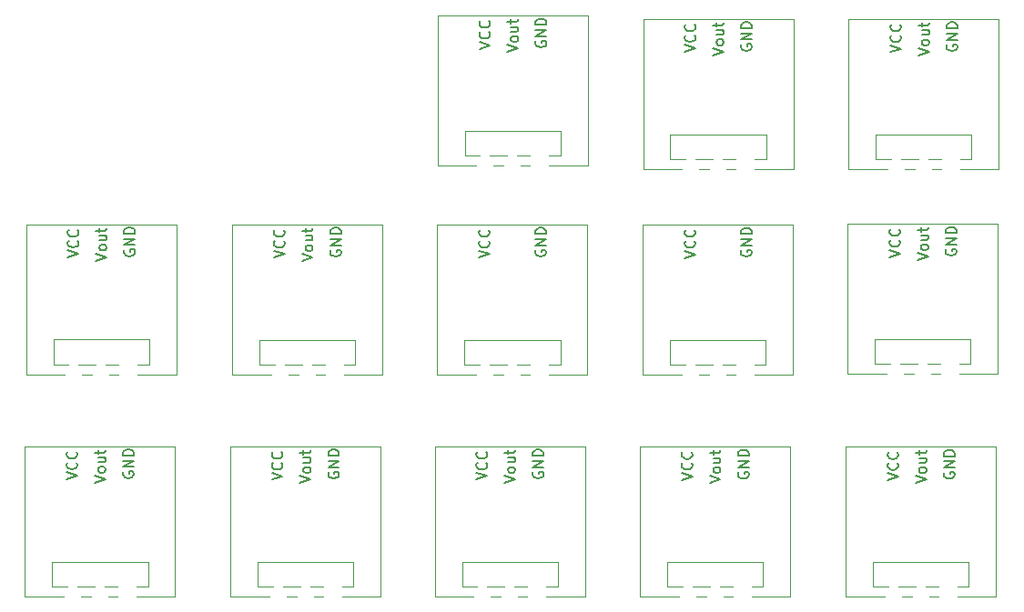
<source format=gbr>
%TF.GenerationSoftware,KiCad,Pcbnew,(7.0.0-0)*%
%TF.CreationDate,2023-03-27T22:21:21-05:00*%
%TF.ProjectId,he-sensor-breakout,68652d73-656e-4736-9f72-2d627265616b,rev?*%
%TF.SameCoordinates,Original*%
%TF.FileFunction,Legend,Top*%
%TF.FilePolarity,Positive*%
%FSLAX46Y46*%
G04 Gerber Fmt 4.6, Leading zero omitted, Abs format (unit mm)*
G04 Created by KiCad (PCBNEW (7.0.0-0)) date 2023-03-27 22:21:21*
%MOMM*%
%LPD*%
G01*
G04 APERTURE LIST*
%ADD10C,0.150000*%
%ADD11C,0.120000*%
%ADD12C,0.100000*%
%ADD13C,1.700000*%
%ADD14R,1.700000X1.700000*%
%ADD15O,1.700000X1.700000*%
G04 APERTURE END LIST*
D10*
X159436943Y-92226734D02*
X159389323Y-92321972D01*
X159389323Y-92321972D02*
X159389323Y-92464829D01*
X159389323Y-92464829D02*
X159436943Y-92607686D01*
X159436943Y-92607686D02*
X159532181Y-92702924D01*
X159532181Y-92702924D02*
X159627419Y-92750543D01*
X159627419Y-92750543D02*
X159817895Y-92798162D01*
X159817895Y-92798162D02*
X159960752Y-92798162D01*
X159960752Y-92798162D02*
X160151228Y-92750543D01*
X160151228Y-92750543D02*
X160246466Y-92702924D01*
X160246466Y-92702924D02*
X160341704Y-92607686D01*
X160341704Y-92607686D02*
X160389323Y-92464829D01*
X160389323Y-92464829D02*
X160389323Y-92369591D01*
X160389323Y-92369591D02*
X160341704Y-92226734D01*
X160341704Y-92226734D02*
X160294085Y-92179115D01*
X160294085Y-92179115D02*
X159960752Y-92179115D01*
X159960752Y-92179115D02*
X159960752Y-92369591D01*
X160389323Y-91750543D02*
X159389323Y-91750543D01*
X159389323Y-91750543D02*
X160389323Y-91179115D01*
X160389323Y-91179115D02*
X159389323Y-91179115D01*
X160389323Y-90702924D02*
X159389323Y-90702924D01*
X159389323Y-90702924D02*
X159389323Y-90464829D01*
X159389323Y-90464829D02*
X159436943Y-90321972D01*
X159436943Y-90321972D02*
X159532181Y-90226734D01*
X159532181Y-90226734D02*
X159627419Y-90179115D01*
X159627419Y-90179115D02*
X159817895Y-90131496D01*
X159817895Y-90131496D02*
X159960752Y-90131496D01*
X159960752Y-90131496D02*
X160151228Y-90179115D01*
X160151228Y-90179115D02*
X160246466Y-90226734D01*
X160246466Y-90226734D02*
X160341704Y-90321972D01*
X160341704Y-90321972D02*
X160389323Y-90464829D01*
X160389323Y-90464829D02*
X160389323Y-90702924D01*
X135296464Y-53091687D02*
X136296464Y-52758354D01*
X136296464Y-52758354D02*
X135296464Y-52425021D01*
X136201226Y-51520259D02*
X136248845Y-51567878D01*
X136248845Y-51567878D02*
X136296464Y-51710735D01*
X136296464Y-51710735D02*
X136296464Y-51805973D01*
X136296464Y-51805973D02*
X136248845Y-51948830D01*
X136248845Y-51948830D02*
X136153607Y-52044068D01*
X136153607Y-52044068D02*
X136058369Y-52091687D01*
X136058369Y-52091687D02*
X135867893Y-52139306D01*
X135867893Y-52139306D02*
X135725036Y-52139306D01*
X135725036Y-52139306D02*
X135534560Y-52091687D01*
X135534560Y-52091687D02*
X135439322Y-52044068D01*
X135439322Y-52044068D02*
X135344084Y-51948830D01*
X135344084Y-51948830D02*
X135296464Y-51805973D01*
X135296464Y-51805973D02*
X135296464Y-51710735D01*
X135296464Y-51710735D02*
X135344084Y-51567878D01*
X135344084Y-51567878D02*
X135391703Y-51520259D01*
X136201226Y-50520259D02*
X136248845Y-50567878D01*
X136248845Y-50567878D02*
X136296464Y-50710735D01*
X136296464Y-50710735D02*
X136296464Y-50805973D01*
X136296464Y-50805973D02*
X136248845Y-50948830D01*
X136248845Y-50948830D02*
X136153607Y-51044068D01*
X136153607Y-51044068D02*
X136058369Y-51091687D01*
X136058369Y-51091687D02*
X135867893Y-51139306D01*
X135867893Y-51139306D02*
X135725036Y-51139306D01*
X135725036Y-51139306D02*
X135534560Y-51091687D01*
X135534560Y-51091687D02*
X135439322Y-51044068D01*
X135439322Y-51044068D02*
X135344084Y-50948830D01*
X135344084Y-50948830D02*
X135296464Y-50805973D01*
X135296464Y-50805973D02*
X135296464Y-50710735D01*
X135296464Y-50710735D02*
X135344084Y-50567878D01*
X135344084Y-50567878D02*
X135391703Y-50520259D01*
X154150322Y-92926770D02*
X155150322Y-92593437D01*
X155150322Y-92593437D02*
X154150322Y-92260104D01*
X155055084Y-91355342D02*
X155102703Y-91402961D01*
X155102703Y-91402961D02*
X155150322Y-91545818D01*
X155150322Y-91545818D02*
X155150322Y-91641056D01*
X155150322Y-91641056D02*
X155102703Y-91783913D01*
X155102703Y-91783913D02*
X155007465Y-91879151D01*
X155007465Y-91879151D02*
X154912227Y-91926770D01*
X154912227Y-91926770D02*
X154721751Y-91974389D01*
X154721751Y-91974389D02*
X154578894Y-91974389D01*
X154578894Y-91974389D02*
X154388418Y-91926770D01*
X154388418Y-91926770D02*
X154293180Y-91879151D01*
X154293180Y-91879151D02*
X154197942Y-91783913D01*
X154197942Y-91783913D02*
X154150322Y-91641056D01*
X154150322Y-91641056D02*
X154150322Y-91545818D01*
X154150322Y-91545818D02*
X154197942Y-91402961D01*
X154197942Y-91402961D02*
X154245561Y-91355342D01*
X155055084Y-90355342D02*
X155102703Y-90402961D01*
X155102703Y-90402961D02*
X155150322Y-90545818D01*
X155150322Y-90545818D02*
X155150322Y-90641056D01*
X155150322Y-90641056D02*
X155102703Y-90783913D01*
X155102703Y-90783913D02*
X155007465Y-90879151D01*
X155007465Y-90879151D02*
X154912227Y-90926770D01*
X154912227Y-90926770D02*
X154721751Y-90974389D01*
X154721751Y-90974389D02*
X154578894Y-90974389D01*
X154578894Y-90974389D02*
X154388418Y-90926770D01*
X154388418Y-90926770D02*
X154293180Y-90879151D01*
X154293180Y-90879151D02*
X154197942Y-90783913D01*
X154197942Y-90783913D02*
X154150322Y-90641056D01*
X154150322Y-90641056D02*
X154150322Y-90545818D01*
X154150322Y-90545818D02*
X154197942Y-90402961D01*
X154197942Y-90402961D02*
X154245561Y-90355342D01*
X154319322Y-72161069D02*
X155319322Y-71827736D01*
X155319322Y-71827736D02*
X154319322Y-71494403D01*
X155224084Y-70589641D02*
X155271703Y-70637260D01*
X155271703Y-70637260D02*
X155319322Y-70780117D01*
X155319322Y-70780117D02*
X155319322Y-70875355D01*
X155319322Y-70875355D02*
X155271703Y-71018212D01*
X155271703Y-71018212D02*
X155176465Y-71113450D01*
X155176465Y-71113450D02*
X155081227Y-71161069D01*
X155081227Y-71161069D02*
X154890751Y-71208688D01*
X154890751Y-71208688D02*
X154747894Y-71208688D01*
X154747894Y-71208688D02*
X154557418Y-71161069D01*
X154557418Y-71161069D02*
X154462180Y-71113450D01*
X154462180Y-71113450D02*
X154366942Y-71018212D01*
X154366942Y-71018212D02*
X154319322Y-70875355D01*
X154319322Y-70875355D02*
X154319322Y-70780117D01*
X154319322Y-70780117D02*
X154366942Y-70637260D01*
X154366942Y-70637260D02*
X154414561Y-70589641D01*
X155224084Y-69589641D02*
X155271703Y-69637260D01*
X155271703Y-69637260D02*
X155319322Y-69780117D01*
X155319322Y-69780117D02*
X155319322Y-69875355D01*
X155319322Y-69875355D02*
X155271703Y-70018212D01*
X155271703Y-70018212D02*
X155176465Y-70113450D01*
X155176465Y-70113450D02*
X155081227Y-70161069D01*
X155081227Y-70161069D02*
X154890751Y-70208688D01*
X154890751Y-70208688D02*
X154747894Y-70208688D01*
X154747894Y-70208688D02*
X154557418Y-70161069D01*
X154557418Y-70161069D02*
X154462180Y-70113450D01*
X154462180Y-70113450D02*
X154366942Y-70018212D01*
X154366942Y-70018212D02*
X154319322Y-69875355D01*
X154319322Y-69875355D02*
X154319322Y-69780117D01*
X154319322Y-69780117D02*
X154366942Y-69637260D01*
X154366942Y-69637260D02*
X154414561Y-69589641D01*
X99683138Y-72535844D02*
X100683138Y-72202511D01*
X100683138Y-72202511D02*
X99683138Y-71869178D01*
X100683138Y-71392987D02*
X100635519Y-71488225D01*
X100635519Y-71488225D02*
X100587900Y-71535844D01*
X100587900Y-71535844D02*
X100492662Y-71583463D01*
X100492662Y-71583463D02*
X100206948Y-71583463D01*
X100206948Y-71583463D02*
X100111710Y-71535844D01*
X100111710Y-71535844D02*
X100064091Y-71488225D01*
X100064091Y-71488225D02*
X100016472Y-71392987D01*
X100016472Y-71392987D02*
X100016472Y-71250130D01*
X100016472Y-71250130D02*
X100064091Y-71154892D01*
X100064091Y-71154892D02*
X100111710Y-71107273D01*
X100111710Y-71107273D02*
X100206948Y-71059654D01*
X100206948Y-71059654D02*
X100492662Y-71059654D01*
X100492662Y-71059654D02*
X100587900Y-71107273D01*
X100587900Y-71107273D02*
X100635519Y-71154892D01*
X100635519Y-71154892D02*
X100683138Y-71250130D01*
X100683138Y-71250130D02*
X100683138Y-71392987D01*
X100016472Y-70202511D02*
X100683138Y-70202511D01*
X100016472Y-70631082D02*
X100540281Y-70631082D01*
X100540281Y-70631082D02*
X100635519Y-70583463D01*
X100635519Y-70583463D02*
X100683138Y-70488225D01*
X100683138Y-70488225D02*
X100683138Y-70345368D01*
X100683138Y-70345368D02*
X100635519Y-70250130D01*
X100635519Y-70250130D02*
X100587900Y-70202511D01*
X100016472Y-69869177D02*
X100016472Y-69488225D01*
X99683138Y-69726320D02*
X100540281Y-69726320D01*
X100540281Y-69726320D02*
X100635519Y-69678701D01*
X100635519Y-69678701D02*
X100683138Y-69583463D01*
X100683138Y-69583463D02*
X100683138Y-69488225D01*
X118791380Y-53072511D02*
X119791380Y-52739178D01*
X119791380Y-52739178D02*
X118791380Y-52405845D01*
X119791380Y-51929654D02*
X119743761Y-52024892D01*
X119743761Y-52024892D02*
X119696142Y-52072511D01*
X119696142Y-52072511D02*
X119600904Y-52120130D01*
X119600904Y-52120130D02*
X119315190Y-52120130D01*
X119315190Y-52120130D02*
X119219952Y-52072511D01*
X119219952Y-52072511D02*
X119172333Y-52024892D01*
X119172333Y-52024892D02*
X119124714Y-51929654D01*
X119124714Y-51929654D02*
X119124714Y-51786797D01*
X119124714Y-51786797D02*
X119172333Y-51691559D01*
X119172333Y-51691559D02*
X119219952Y-51643940D01*
X119219952Y-51643940D02*
X119315190Y-51596321D01*
X119315190Y-51596321D02*
X119600904Y-51596321D01*
X119600904Y-51596321D02*
X119696142Y-51643940D01*
X119696142Y-51643940D02*
X119743761Y-51691559D01*
X119743761Y-51691559D02*
X119791380Y-51786797D01*
X119791380Y-51786797D02*
X119791380Y-51929654D01*
X119124714Y-50739178D02*
X119791380Y-50739178D01*
X119124714Y-51167749D02*
X119648523Y-51167749D01*
X119648523Y-51167749D02*
X119743761Y-51120130D01*
X119743761Y-51120130D02*
X119791380Y-51024892D01*
X119791380Y-51024892D02*
X119791380Y-50882035D01*
X119791380Y-50882035D02*
X119743761Y-50786797D01*
X119743761Y-50786797D02*
X119696142Y-50739178D01*
X119124714Y-50405844D02*
X119124714Y-50024892D01*
X118791380Y-50262987D02*
X119648523Y-50262987D01*
X119648523Y-50262987D02*
X119743761Y-50215368D01*
X119743761Y-50215368D02*
X119791380Y-50120130D01*
X119791380Y-50120130D02*
X119791380Y-50024892D01*
X115914922Y-92896770D02*
X116914922Y-92563437D01*
X116914922Y-92563437D02*
X115914922Y-92230104D01*
X116819684Y-91325342D02*
X116867303Y-91372961D01*
X116867303Y-91372961D02*
X116914922Y-91515818D01*
X116914922Y-91515818D02*
X116914922Y-91611056D01*
X116914922Y-91611056D02*
X116867303Y-91753913D01*
X116867303Y-91753913D02*
X116772065Y-91849151D01*
X116772065Y-91849151D02*
X116676827Y-91896770D01*
X116676827Y-91896770D02*
X116486351Y-91944389D01*
X116486351Y-91944389D02*
X116343494Y-91944389D01*
X116343494Y-91944389D02*
X116153018Y-91896770D01*
X116153018Y-91896770D02*
X116057780Y-91849151D01*
X116057780Y-91849151D02*
X115962542Y-91753913D01*
X115962542Y-91753913D02*
X115914922Y-91611056D01*
X115914922Y-91611056D02*
X115914922Y-91515818D01*
X115914922Y-91515818D02*
X115962542Y-91372961D01*
X115962542Y-91372961D02*
X116010161Y-91325342D01*
X116819684Y-90325342D02*
X116867303Y-90372961D01*
X116867303Y-90372961D02*
X116914922Y-90515818D01*
X116914922Y-90515818D02*
X116914922Y-90611056D01*
X116914922Y-90611056D02*
X116867303Y-90753913D01*
X116867303Y-90753913D02*
X116772065Y-90849151D01*
X116772065Y-90849151D02*
X116676827Y-90896770D01*
X116676827Y-90896770D02*
X116486351Y-90944389D01*
X116486351Y-90944389D02*
X116343494Y-90944389D01*
X116343494Y-90944389D02*
X116153018Y-90896770D01*
X116153018Y-90896770D02*
X116057780Y-90849151D01*
X116057780Y-90849151D02*
X115962542Y-90753913D01*
X115962542Y-90753913D02*
X115914922Y-90611056D01*
X115914922Y-90611056D02*
X115914922Y-90515818D01*
X115914922Y-90515818D02*
X115962542Y-90372961D01*
X115962542Y-90372961D02*
X116010161Y-90325342D01*
X80507738Y-72518643D02*
X81507738Y-72185310D01*
X81507738Y-72185310D02*
X80507738Y-71851977D01*
X81507738Y-71375786D02*
X81460119Y-71471024D01*
X81460119Y-71471024D02*
X81412500Y-71518643D01*
X81412500Y-71518643D02*
X81317262Y-71566262D01*
X81317262Y-71566262D02*
X81031548Y-71566262D01*
X81031548Y-71566262D02*
X80936310Y-71518643D01*
X80936310Y-71518643D02*
X80888691Y-71471024D01*
X80888691Y-71471024D02*
X80841072Y-71375786D01*
X80841072Y-71375786D02*
X80841072Y-71232929D01*
X80841072Y-71232929D02*
X80888691Y-71137691D01*
X80888691Y-71137691D02*
X80936310Y-71090072D01*
X80936310Y-71090072D02*
X81031548Y-71042453D01*
X81031548Y-71042453D02*
X81317262Y-71042453D01*
X81317262Y-71042453D02*
X81412500Y-71090072D01*
X81412500Y-71090072D02*
X81460119Y-71137691D01*
X81460119Y-71137691D02*
X81507738Y-71232929D01*
X81507738Y-71232929D02*
X81507738Y-71375786D01*
X80841072Y-70185310D02*
X81507738Y-70185310D01*
X80841072Y-70613881D02*
X81364881Y-70613881D01*
X81364881Y-70613881D02*
X81460119Y-70566262D01*
X81460119Y-70566262D02*
X81507738Y-70471024D01*
X81507738Y-70471024D02*
X81507738Y-70328167D01*
X81507738Y-70328167D02*
X81460119Y-70232929D01*
X81460119Y-70232929D02*
X81412500Y-70185310D01*
X80841072Y-69851976D02*
X80841072Y-69471024D01*
X80507738Y-69709119D02*
X81364881Y-69709119D01*
X81364881Y-69709119D02*
X81460119Y-69661500D01*
X81460119Y-69661500D02*
X81507738Y-69566262D01*
X81507738Y-69566262D02*
X81507738Y-69471024D01*
X140296543Y-92216734D02*
X140248923Y-92311972D01*
X140248923Y-92311972D02*
X140248923Y-92454829D01*
X140248923Y-92454829D02*
X140296543Y-92597686D01*
X140296543Y-92597686D02*
X140391781Y-92692924D01*
X140391781Y-92692924D02*
X140487019Y-92740543D01*
X140487019Y-92740543D02*
X140677495Y-92788162D01*
X140677495Y-92788162D02*
X140820352Y-92788162D01*
X140820352Y-92788162D02*
X141010828Y-92740543D01*
X141010828Y-92740543D02*
X141106066Y-92692924D01*
X141106066Y-92692924D02*
X141201304Y-92597686D01*
X141201304Y-92597686D02*
X141248923Y-92454829D01*
X141248923Y-92454829D02*
X141248923Y-92359591D01*
X141248923Y-92359591D02*
X141201304Y-92216734D01*
X141201304Y-92216734D02*
X141153685Y-92169115D01*
X141153685Y-92169115D02*
X140820352Y-92169115D01*
X140820352Y-92169115D02*
X140820352Y-92359591D01*
X141248923Y-91740543D02*
X140248923Y-91740543D01*
X140248923Y-91740543D02*
X141248923Y-91169115D01*
X141248923Y-91169115D02*
X140248923Y-91169115D01*
X141248923Y-90692924D02*
X140248923Y-90692924D01*
X140248923Y-90692924D02*
X140248923Y-90454829D01*
X140248923Y-90454829D02*
X140296543Y-90311972D01*
X140296543Y-90311972D02*
X140391781Y-90216734D01*
X140391781Y-90216734D02*
X140487019Y-90169115D01*
X140487019Y-90169115D02*
X140677495Y-90121496D01*
X140677495Y-90121496D02*
X140820352Y-90121496D01*
X140820352Y-90121496D02*
X141010828Y-90169115D01*
X141010828Y-90169115D02*
X141106066Y-90216734D01*
X141106066Y-90216734D02*
X141201304Y-90311972D01*
X141201304Y-90311972D02*
X141248923Y-90454829D01*
X141248923Y-90454829D02*
X141248923Y-90692924D01*
X121201543Y-92196734D02*
X121153923Y-92291972D01*
X121153923Y-92291972D02*
X121153923Y-92434829D01*
X121153923Y-92434829D02*
X121201543Y-92577686D01*
X121201543Y-92577686D02*
X121296781Y-92672924D01*
X121296781Y-92672924D02*
X121392019Y-92720543D01*
X121392019Y-92720543D02*
X121582495Y-92768162D01*
X121582495Y-92768162D02*
X121725352Y-92768162D01*
X121725352Y-92768162D02*
X121915828Y-92720543D01*
X121915828Y-92720543D02*
X122011066Y-92672924D01*
X122011066Y-92672924D02*
X122106304Y-92577686D01*
X122106304Y-92577686D02*
X122153923Y-92434829D01*
X122153923Y-92434829D02*
X122153923Y-92339591D01*
X122153923Y-92339591D02*
X122106304Y-92196734D01*
X122106304Y-92196734D02*
X122058685Y-92149115D01*
X122058685Y-92149115D02*
X121725352Y-92149115D01*
X121725352Y-92149115D02*
X121725352Y-92339591D01*
X122153923Y-91720543D02*
X121153923Y-91720543D01*
X121153923Y-91720543D02*
X122153923Y-91149115D01*
X122153923Y-91149115D02*
X121153923Y-91149115D01*
X122153923Y-90672924D02*
X121153923Y-90672924D01*
X121153923Y-90672924D02*
X121153923Y-90434829D01*
X121153923Y-90434829D02*
X121201543Y-90291972D01*
X121201543Y-90291972D02*
X121296781Y-90196734D01*
X121296781Y-90196734D02*
X121392019Y-90149115D01*
X121392019Y-90149115D02*
X121582495Y-90101496D01*
X121582495Y-90101496D02*
X121725352Y-90101496D01*
X121725352Y-90101496D02*
X121915828Y-90149115D01*
X121915828Y-90149115D02*
X122011066Y-90196734D01*
X122011066Y-90196734D02*
X122106304Y-90291972D01*
X122106304Y-90291972D02*
X122153923Y-90434829D01*
X122153923Y-90434829D02*
X122153923Y-90672924D01*
X121430943Y-71536033D02*
X121383323Y-71631271D01*
X121383323Y-71631271D02*
X121383323Y-71774128D01*
X121383323Y-71774128D02*
X121430943Y-71916985D01*
X121430943Y-71916985D02*
X121526181Y-72012223D01*
X121526181Y-72012223D02*
X121621419Y-72059842D01*
X121621419Y-72059842D02*
X121811895Y-72107461D01*
X121811895Y-72107461D02*
X121954752Y-72107461D01*
X121954752Y-72107461D02*
X122145228Y-72059842D01*
X122145228Y-72059842D02*
X122240466Y-72012223D01*
X122240466Y-72012223D02*
X122335704Y-71916985D01*
X122335704Y-71916985D02*
X122383323Y-71774128D01*
X122383323Y-71774128D02*
X122383323Y-71678890D01*
X122383323Y-71678890D02*
X122335704Y-71536033D01*
X122335704Y-71536033D02*
X122288085Y-71488414D01*
X122288085Y-71488414D02*
X121954752Y-71488414D01*
X121954752Y-71488414D02*
X121954752Y-71678890D01*
X122383323Y-71059842D02*
X121383323Y-71059842D01*
X121383323Y-71059842D02*
X122383323Y-70488414D01*
X122383323Y-70488414D02*
X121383323Y-70488414D01*
X122383323Y-70012223D02*
X121383323Y-70012223D01*
X121383323Y-70012223D02*
X121383323Y-69774128D01*
X121383323Y-69774128D02*
X121430943Y-69631271D01*
X121430943Y-69631271D02*
X121526181Y-69536033D01*
X121526181Y-69536033D02*
X121621419Y-69488414D01*
X121621419Y-69488414D02*
X121811895Y-69440795D01*
X121811895Y-69440795D02*
X121954752Y-69440795D01*
X121954752Y-69440795D02*
X122145228Y-69488414D01*
X122145228Y-69488414D02*
X122240466Y-69536033D01*
X122240466Y-69536033D02*
X122335704Y-69631271D01*
X122335704Y-69631271D02*
X122383323Y-69774128D01*
X122383323Y-69774128D02*
X122383323Y-70012223D01*
X135009922Y-92916770D02*
X136009922Y-92583437D01*
X136009922Y-92583437D02*
X135009922Y-92250104D01*
X135914684Y-91345342D02*
X135962303Y-91392961D01*
X135962303Y-91392961D02*
X136009922Y-91535818D01*
X136009922Y-91535818D02*
X136009922Y-91631056D01*
X136009922Y-91631056D02*
X135962303Y-91773913D01*
X135962303Y-91773913D02*
X135867065Y-91869151D01*
X135867065Y-91869151D02*
X135771827Y-91916770D01*
X135771827Y-91916770D02*
X135581351Y-91964389D01*
X135581351Y-91964389D02*
X135438494Y-91964389D01*
X135438494Y-91964389D02*
X135248018Y-91916770D01*
X135248018Y-91916770D02*
X135152780Y-91869151D01*
X135152780Y-91869151D02*
X135057542Y-91773913D01*
X135057542Y-91773913D02*
X135009922Y-91631056D01*
X135009922Y-91631056D02*
X135009922Y-91535818D01*
X135009922Y-91535818D02*
X135057542Y-91392961D01*
X135057542Y-91392961D02*
X135105161Y-91345342D01*
X135914684Y-90345342D02*
X135962303Y-90392961D01*
X135962303Y-90392961D02*
X136009922Y-90535818D01*
X136009922Y-90535818D02*
X136009922Y-90631056D01*
X136009922Y-90631056D02*
X135962303Y-90773913D01*
X135962303Y-90773913D02*
X135867065Y-90869151D01*
X135867065Y-90869151D02*
X135771827Y-90916770D01*
X135771827Y-90916770D02*
X135581351Y-90964389D01*
X135581351Y-90964389D02*
X135438494Y-90964389D01*
X135438494Y-90964389D02*
X135248018Y-90916770D01*
X135248018Y-90916770D02*
X135152780Y-90869151D01*
X135152780Y-90869151D02*
X135057542Y-90773913D01*
X135057542Y-90773913D02*
X135009922Y-90631056D01*
X135009922Y-90631056D02*
X135009922Y-90535818D01*
X135009922Y-90535818D02*
X135057542Y-90392961D01*
X135057542Y-90392961D02*
X135105161Y-90345342D01*
X116144322Y-72236069D02*
X117144322Y-71902736D01*
X117144322Y-71902736D02*
X116144322Y-71569403D01*
X117049084Y-70664641D02*
X117096703Y-70712260D01*
X117096703Y-70712260D02*
X117144322Y-70855117D01*
X117144322Y-70855117D02*
X117144322Y-70950355D01*
X117144322Y-70950355D02*
X117096703Y-71093212D01*
X117096703Y-71093212D02*
X117001465Y-71188450D01*
X117001465Y-71188450D02*
X116906227Y-71236069D01*
X116906227Y-71236069D02*
X116715751Y-71283688D01*
X116715751Y-71283688D02*
X116572894Y-71283688D01*
X116572894Y-71283688D02*
X116382418Y-71236069D01*
X116382418Y-71236069D02*
X116287180Y-71188450D01*
X116287180Y-71188450D02*
X116191942Y-71093212D01*
X116191942Y-71093212D02*
X116144322Y-70950355D01*
X116144322Y-70950355D02*
X116144322Y-70855117D01*
X116144322Y-70855117D02*
X116191942Y-70712260D01*
X116191942Y-70712260D02*
X116239561Y-70664641D01*
X117049084Y-69664641D02*
X117096703Y-69712260D01*
X117096703Y-69712260D02*
X117144322Y-69855117D01*
X117144322Y-69855117D02*
X117144322Y-69950355D01*
X117144322Y-69950355D02*
X117096703Y-70093212D01*
X117096703Y-70093212D02*
X117001465Y-70188450D01*
X117001465Y-70188450D02*
X116906227Y-70236069D01*
X116906227Y-70236069D02*
X116715751Y-70283688D01*
X116715751Y-70283688D02*
X116572894Y-70283688D01*
X116572894Y-70283688D02*
X116382418Y-70236069D01*
X116382418Y-70236069D02*
X116287180Y-70188450D01*
X116287180Y-70188450D02*
X116191942Y-70093212D01*
X116191942Y-70093212D02*
X116144322Y-69950355D01*
X116144322Y-69950355D02*
X116144322Y-69855117D01*
X116144322Y-69855117D02*
X116191942Y-69712260D01*
X116191942Y-69712260D02*
X116239561Y-69664641D01*
X157007380Y-53404761D02*
X158007380Y-53071428D01*
X158007380Y-53071428D02*
X157007380Y-52738095D01*
X158007380Y-52261904D02*
X157959761Y-52357142D01*
X157959761Y-52357142D02*
X157912142Y-52404761D01*
X157912142Y-52404761D02*
X157816904Y-52452380D01*
X157816904Y-52452380D02*
X157531190Y-52452380D01*
X157531190Y-52452380D02*
X157435952Y-52404761D01*
X157435952Y-52404761D02*
X157388333Y-52357142D01*
X157388333Y-52357142D02*
X157340714Y-52261904D01*
X157340714Y-52261904D02*
X157340714Y-52119047D01*
X157340714Y-52119047D02*
X157388333Y-52023809D01*
X157388333Y-52023809D02*
X157435952Y-51976190D01*
X157435952Y-51976190D02*
X157531190Y-51928571D01*
X157531190Y-51928571D02*
X157816904Y-51928571D01*
X157816904Y-51928571D02*
X157912142Y-51976190D01*
X157912142Y-51976190D02*
X157959761Y-52023809D01*
X157959761Y-52023809D02*
X158007380Y-52119047D01*
X158007380Y-52119047D02*
X158007380Y-52261904D01*
X157340714Y-51071428D02*
X158007380Y-51071428D01*
X157340714Y-51499999D02*
X157864523Y-51499999D01*
X157864523Y-51499999D02*
X157959761Y-51452380D01*
X157959761Y-51452380D02*
X158007380Y-51357142D01*
X158007380Y-51357142D02*
X158007380Y-51214285D01*
X158007380Y-51214285D02*
X157959761Y-51119047D01*
X157959761Y-51119047D02*
X157912142Y-51071428D01*
X157340714Y-50738094D02*
X157340714Y-50357142D01*
X157007380Y-50595237D02*
X157864523Y-50595237D01*
X157864523Y-50595237D02*
X157959761Y-50547618D01*
X157959761Y-50547618D02*
X158007380Y-50452380D01*
X158007380Y-50452380D02*
X158007380Y-50357142D01*
X99492738Y-93202094D02*
X100492738Y-92868761D01*
X100492738Y-92868761D02*
X99492738Y-92535428D01*
X100492738Y-92059237D02*
X100445119Y-92154475D01*
X100445119Y-92154475D02*
X100397500Y-92202094D01*
X100397500Y-92202094D02*
X100302262Y-92249713D01*
X100302262Y-92249713D02*
X100016548Y-92249713D01*
X100016548Y-92249713D02*
X99921310Y-92202094D01*
X99921310Y-92202094D02*
X99873691Y-92154475D01*
X99873691Y-92154475D02*
X99826072Y-92059237D01*
X99826072Y-92059237D02*
X99826072Y-91916380D01*
X99826072Y-91916380D02*
X99873691Y-91821142D01*
X99873691Y-91821142D02*
X99921310Y-91773523D01*
X99921310Y-91773523D02*
X100016548Y-91725904D01*
X100016548Y-91725904D02*
X100302262Y-91725904D01*
X100302262Y-91725904D02*
X100397500Y-91773523D01*
X100397500Y-91773523D02*
X100445119Y-91821142D01*
X100445119Y-91821142D02*
X100492738Y-91916380D01*
X100492738Y-91916380D02*
X100492738Y-92059237D01*
X99826072Y-90868761D02*
X100492738Y-90868761D01*
X99826072Y-91297332D02*
X100349881Y-91297332D01*
X100349881Y-91297332D02*
X100445119Y-91249713D01*
X100445119Y-91249713D02*
X100492738Y-91154475D01*
X100492738Y-91154475D02*
X100492738Y-91011618D01*
X100492738Y-91011618D02*
X100445119Y-90916380D01*
X100445119Y-90916380D02*
X100397500Y-90868761D01*
X99826072Y-90535427D02*
X99826072Y-90154475D01*
X99492738Y-90392570D02*
X100349881Y-90392570D01*
X100349881Y-90392570D02*
X100445119Y-90344951D01*
X100445119Y-90344951D02*
X100492738Y-90249713D01*
X100492738Y-90249713D02*
X100492738Y-90154475D01*
X156922138Y-72461393D02*
X157922138Y-72128060D01*
X157922138Y-72128060D02*
X156922138Y-71794727D01*
X157922138Y-71318536D02*
X157874519Y-71413774D01*
X157874519Y-71413774D02*
X157826900Y-71461393D01*
X157826900Y-71461393D02*
X157731662Y-71509012D01*
X157731662Y-71509012D02*
X157445948Y-71509012D01*
X157445948Y-71509012D02*
X157350710Y-71461393D01*
X157350710Y-71461393D02*
X157303091Y-71413774D01*
X157303091Y-71413774D02*
X157255472Y-71318536D01*
X157255472Y-71318536D02*
X157255472Y-71175679D01*
X157255472Y-71175679D02*
X157303091Y-71080441D01*
X157303091Y-71080441D02*
X157350710Y-71032822D01*
X157350710Y-71032822D02*
X157445948Y-70985203D01*
X157445948Y-70985203D02*
X157731662Y-70985203D01*
X157731662Y-70985203D02*
X157826900Y-71032822D01*
X157826900Y-71032822D02*
X157874519Y-71080441D01*
X157874519Y-71080441D02*
X157922138Y-71175679D01*
X157922138Y-71175679D02*
X157922138Y-71318536D01*
X157255472Y-70128060D02*
X157922138Y-70128060D01*
X157255472Y-70556631D02*
X157779281Y-70556631D01*
X157779281Y-70556631D02*
X157874519Y-70509012D01*
X157874519Y-70509012D02*
X157922138Y-70413774D01*
X157922138Y-70413774D02*
X157922138Y-70270917D01*
X157922138Y-70270917D02*
X157874519Y-70175679D01*
X157874519Y-70175679D02*
X157826900Y-70128060D01*
X157255472Y-69794726D02*
X157255472Y-69413774D01*
X156922138Y-69651869D02*
X157779281Y-69651869D01*
X157779281Y-69651869D02*
X157874519Y-69604250D01*
X157874519Y-69604250D02*
X157922138Y-69509012D01*
X157922138Y-69509012D02*
X157922138Y-69413774D01*
X159605943Y-71461033D02*
X159558323Y-71556271D01*
X159558323Y-71556271D02*
X159558323Y-71699128D01*
X159558323Y-71699128D02*
X159605943Y-71841985D01*
X159605943Y-71841985D02*
X159701181Y-71937223D01*
X159701181Y-71937223D02*
X159796419Y-71984842D01*
X159796419Y-71984842D02*
X159986895Y-72032461D01*
X159986895Y-72032461D02*
X160129752Y-72032461D01*
X160129752Y-72032461D02*
X160320228Y-71984842D01*
X160320228Y-71984842D02*
X160415466Y-71937223D01*
X160415466Y-71937223D02*
X160510704Y-71841985D01*
X160510704Y-71841985D02*
X160558323Y-71699128D01*
X160558323Y-71699128D02*
X160558323Y-71603890D01*
X160558323Y-71603890D02*
X160510704Y-71461033D01*
X160510704Y-71461033D02*
X160463085Y-71413414D01*
X160463085Y-71413414D02*
X160129752Y-71413414D01*
X160129752Y-71413414D02*
X160129752Y-71603890D01*
X160558323Y-70984842D02*
X159558323Y-70984842D01*
X159558323Y-70984842D02*
X160558323Y-70413414D01*
X160558323Y-70413414D02*
X159558323Y-70413414D01*
X160558323Y-69937223D02*
X159558323Y-69937223D01*
X159558323Y-69937223D02*
X159558323Y-69699128D01*
X159558323Y-69699128D02*
X159605943Y-69556271D01*
X159605943Y-69556271D02*
X159701181Y-69461033D01*
X159701181Y-69461033D02*
X159796419Y-69413414D01*
X159796419Y-69413414D02*
X159986895Y-69365795D01*
X159986895Y-69365795D02*
X160129752Y-69365795D01*
X160129752Y-69365795D02*
X160320228Y-69413414D01*
X160320228Y-69413414D02*
X160415466Y-69461033D01*
X160415466Y-69461033D02*
X160510704Y-69556271D01*
X160510704Y-69556271D02*
X160558323Y-69699128D01*
X160558323Y-69699128D02*
X160558323Y-69937223D01*
X159691185Y-52404401D02*
X159643565Y-52499639D01*
X159643565Y-52499639D02*
X159643565Y-52642496D01*
X159643565Y-52642496D02*
X159691185Y-52785353D01*
X159691185Y-52785353D02*
X159786423Y-52880591D01*
X159786423Y-52880591D02*
X159881661Y-52928210D01*
X159881661Y-52928210D02*
X160072137Y-52975829D01*
X160072137Y-52975829D02*
X160214994Y-52975829D01*
X160214994Y-52975829D02*
X160405470Y-52928210D01*
X160405470Y-52928210D02*
X160500708Y-52880591D01*
X160500708Y-52880591D02*
X160595946Y-52785353D01*
X160595946Y-52785353D02*
X160643565Y-52642496D01*
X160643565Y-52642496D02*
X160643565Y-52547258D01*
X160643565Y-52547258D02*
X160595946Y-52404401D01*
X160595946Y-52404401D02*
X160548327Y-52356782D01*
X160548327Y-52356782D02*
X160214994Y-52356782D01*
X160214994Y-52356782D02*
X160214994Y-52547258D01*
X160643565Y-51928210D02*
X159643565Y-51928210D01*
X159643565Y-51928210D02*
X160643565Y-51356782D01*
X160643565Y-51356782D02*
X159643565Y-51356782D01*
X160643565Y-50880591D02*
X159643565Y-50880591D01*
X159643565Y-50880591D02*
X159643565Y-50642496D01*
X159643565Y-50642496D02*
X159691185Y-50499639D01*
X159691185Y-50499639D02*
X159786423Y-50404401D01*
X159786423Y-50404401D02*
X159881661Y-50356782D01*
X159881661Y-50356782D02*
X160072137Y-50309163D01*
X160072137Y-50309163D02*
X160214994Y-50309163D01*
X160214994Y-50309163D02*
X160405470Y-50356782D01*
X160405470Y-50356782D02*
X160500708Y-50404401D01*
X160500708Y-50404401D02*
X160595946Y-50499639D01*
X160595946Y-50499639D02*
X160643565Y-50642496D01*
X160643565Y-50642496D02*
X160643565Y-50880591D01*
X77904922Y-72218319D02*
X78904922Y-71884986D01*
X78904922Y-71884986D02*
X77904922Y-71551653D01*
X78809684Y-70646891D02*
X78857303Y-70694510D01*
X78857303Y-70694510D02*
X78904922Y-70837367D01*
X78904922Y-70837367D02*
X78904922Y-70932605D01*
X78904922Y-70932605D02*
X78857303Y-71075462D01*
X78857303Y-71075462D02*
X78762065Y-71170700D01*
X78762065Y-71170700D02*
X78666827Y-71218319D01*
X78666827Y-71218319D02*
X78476351Y-71265938D01*
X78476351Y-71265938D02*
X78333494Y-71265938D01*
X78333494Y-71265938D02*
X78143018Y-71218319D01*
X78143018Y-71218319D02*
X78047780Y-71170700D01*
X78047780Y-71170700D02*
X77952542Y-71075462D01*
X77952542Y-71075462D02*
X77904922Y-70932605D01*
X77904922Y-70932605D02*
X77904922Y-70837367D01*
X77904922Y-70837367D02*
X77952542Y-70694510D01*
X77952542Y-70694510D02*
X78000161Y-70646891D01*
X78809684Y-69646891D02*
X78857303Y-69694510D01*
X78857303Y-69694510D02*
X78904922Y-69837367D01*
X78904922Y-69837367D02*
X78904922Y-69932605D01*
X78904922Y-69932605D02*
X78857303Y-70075462D01*
X78857303Y-70075462D02*
X78762065Y-70170700D01*
X78762065Y-70170700D02*
X78666827Y-70218319D01*
X78666827Y-70218319D02*
X78476351Y-70265938D01*
X78476351Y-70265938D02*
X78333494Y-70265938D01*
X78333494Y-70265938D02*
X78143018Y-70218319D01*
X78143018Y-70218319D02*
X78047780Y-70170700D01*
X78047780Y-70170700D02*
X77952542Y-70075462D01*
X77952542Y-70075462D02*
X77904922Y-69932605D01*
X77904922Y-69932605D02*
X77904922Y-69837367D01*
X77904922Y-69837367D02*
X77952542Y-69694510D01*
X77952542Y-69694510D02*
X78000161Y-69646891D01*
X102366943Y-71535484D02*
X102319323Y-71630722D01*
X102319323Y-71630722D02*
X102319323Y-71773579D01*
X102319323Y-71773579D02*
X102366943Y-71916436D01*
X102366943Y-71916436D02*
X102462181Y-72011674D01*
X102462181Y-72011674D02*
X102557419Y-72059293D01*
X102557419Y-72059293D02*
X102747895Y-72106912D01*
X102747895Y-72106912D02*
X102890752Y-72106912D01*
X102890752Y-72106912D02*
X103081228Y-72059293D01*
X103081228Y-72059293D02*
X103176466Y-72011674D01*
X103176466Y-72011674D02*
X103271704Y-71916436D01*
X103271704Y-71916436D02*
X103319323Y-71773579D01*
X103319323Y-71773579D02*
X103319323Y-71678341D01*
X103319323Y-71678341D02*
X103271704Y-71535484D01*
X103271704Y-71535484D02*
X103224085Y-71487865D01*
X103224085Y-71487865D02*
X102890752Y-71487865D01*
X102890752Y-71487865D02*
X102890752Y-71678341D01*
X103319323Y-71059293D02*
X102319323Y-71059293D01*
X102319323Y-71059293D02*
X103319323Y-70487865D01*
X103319323Y-70487865D02*
X102319323Y-70487865D01*
X103319323Y-70011674D02*
X102319323Y-70011674D01*
X102319323Y-70011674D02*
X102319323Y-69773579D01*
X102319323Y-69773579D02*
X102366943Y-69630722D01*
X102366943Y-69630722D02*
X102462181Y-69535484D01*
X102462181Y-69535484D02*
X102557419Y-69487865D01*
X102557419Y-69487865D02*
X102747895Y-69440246D01*
X102747895Y-69440246D02*
X102890752Y-69440246D01*
X102890752Y-69440246D02*
X103081228Y-69487865D01*
X103081228Y-69487865D02*
X103176466Y-69535484D01*
X103176466Y-69535484D02*
X103271704Y-69630722D01*
X103271704Y-69630722D02*
X103319323Y-69773579D01*
X103319323Y-69773579D02*
X103319323Y-70011674D01*
X135270322Y-72245520D02*
X136270322Y-71912187D01*
X136270322Y-71912187D02*
X135270322Y-71578854D01*
X136175084Y-70674092D02*
X136222703Y-70721711D01*
X136222703Y-70721711D02*
X136270322Y-70864568D01*
X136270322Y-70864568D02*
X136270322Y-70959806D01*
X136270322Y-70959806D02*
X136222703Y-71102663D01*
X136222703Y-71102663D02*
X136127465Y-71197901D01*
X136127465Y-71197901D02*
X136032227Y-71245520D01*
X136032227Y-71245520D02*
X135841751Y-71293139D01*
X135841751Y-71293139D02*
X135698894Y-71293139D01*
X135698894Y-71293139D02*
X135508418Y-71245520D01*
X135508418Y-71245520D02*
X135413180Y-71197901D01*
X135413180Y-71197901D02*
X135317942Y-71102663D01*
X135317942Y-71102663D02*
X135270322Y-70959806D01*
X135270322Y-70959806D02*
X135270322Y-70864568D01*
X135270322Y-70864568D02*
X135317942Y-70721711D01*
X135317942Y-70721711D02*
X135365561Y-70674092D01*
X136175084Y-69674092D02*
X136222703Y-69721711D01*
X136222703Y-69721711D02*
X136270322Y-69864568D01*
X136270322Y-69864568D02*
X136270322Y-69959806D01*
X136270322Y-69959806D02*
X136222703Y-70102663D01*
X136222703Y-70102663D02*
X136127465Y-70197901D01*
X136127465Y-70197901D02*
X136032227Y-70245520D01*
X136032227Y-70245520D02*
X135841751Y-70293139D01*
X135841751Y-70293139D02*
X135698894Y-70293139D01*
X135698894Y-70293139D02*
X135508418Y-70245520D01*
X135508418Y-70245520D02*
X135413180Y-70197901D01*
X135413180Y-70197901D02*
X135317942Y-70102663D01*
X135317942Y-70102663D02*
X135270322Y-69959806D01*
X135270322Y-69959806D02*
X135270322Y-69864568D01*
X135270322Y-69864568D02*
X135317942Y-69721711D01*
X135317942Y-69721711D02*
X135365561Y-69674092D01*
X121475185Y-52072151D02*
X121427565Y-52167389D01*
X121427565Y-52167389D02*
X121427565Y-52310246D01*
X121427565Y-52310246D02*
X121475185Y-52453103D01*
X121475185Y-52453103D02*
X121570423Y-52548341D01*
X121570423Y-52548341D02*
X121665661Y-52595960D01*
X121665661Y-52595960D02*
X121856137Y-52643579D01*
X121856137Y-52643579D02*
X121998994Y-52643579D01*
X121998994Y-52643579D02*
X122189470Y-52595960D01*
X122189470Y-52595960D02*
X122284708Y-52548341D01*
X122284708Y-52548341D02*
X122379946Y-52453103D01*
X122379946Y-52453103D02*
X122427565Y-52310246D01*
X122427565Y-52310246D02*
X122427565Y-52215008D01*
X122427565Y-52215008D02*
X122379946Y-52072151D01*
X122379946Y-52072151D02*
X122332327Y-52024532D01*
X122332327Y-52024532D02*
X121998994Y-52024532D01*
X121998994Y-52024532D02*
X121998994Y-52215008D01*
X122427565Y-51595960D02*
X121427565Y-51595960D01*
X121427565Y-51595960D02*
X122427565Y-51024532D01*
X122427565Y-51024532D02*
X121427565Y-51024532D01*
X122427565Y-50548341D02*
X121427565Y-50548341D01*
X121427565Y-50548341D02*
X121427565Y-50310246D01*
X121427565Y-50310246D02*
X121475185Y-50167389D01*
X121475185Y-50167389D02*
X121570423Y-50072151D01*
X121570423Y-50072151D02*
X121665661Y-50024532D01*
X121665661Y-50024532D02*
X121856137Y-49976913D01*
X121856137Y-49976913D02*
X121998994Y-49976913D01*
X121998994Y-49976913D02*
X122189470Y-50024532D01*
X122189470Y-50024532D02*
X122284708Y-50072151D01*
X122284708Y-50072151D02*
X122379946Y-50167389D01*
X122379946Y-50167389D02*
X122427565Y-50310246D01*
X122427565Y-50310246D02*
X122427565Y-50548341D01*
X83081543Y-92181734D02*
X83033923Y-92276972D01*
X83033923Y-92276972D02*
X83033923Y-92419829D01*
X83033923Y-92419829D02*
X83081543Y-92562686D01*
X83081543Y-92562686D02*
X83176781Y-92657924D01*
X83176781Y-92657924D02*
X83272019Y-92705543D01*
X83272019Y-92705543D02*
X83462495Y-92753162D01*
X83462495Y-92753162D02*
X83605352Y-92753162D01*
X83605352Y-92753162D02*
X83795828Y-92705543D01*
X83795828Y-92705543D02*
X83891066Y-92657924D01*
X83891066Y-92657924D02*
X83986304Y-92562686D01*
X83986304Y-92562686D02*
X84033923Y-92419829D01*
X84033923Y-92419829D02*
X84033923Y-92324591D01*
X84033923Y-92324591D02*
X83986304Y-92181734D01*
X83986304Y-92181734D02*
X83938685Y-92134115D01*
X83938685Y-92134115D02*
X83605352Y-92134115D01*
X83605352Y-92134115D02*
X83605352Y-92324591D01*
X84033923Y-91705543D02*
X83033923Y-91705543D01*
X83033923Y-91705543D02*
X84033923Y-91134115D01*
X84033923Y-91134115D02*
X83033923Y-91134115D01*
X84033923Y-90657924D02*
X83033923Y-90657924D01*
X83033923Y-90657924D02*
X83033923Y-90419829D01*
X83033923Y-90419829D02*
X83081543Y-90276972D01*
X83081543Y-90276972D02*
X83176781Y-90181734D01*
X83176781Y-90181734D02*
X83272019Y-90134115D01*
X83272019Y-90134115D02*
X83462495Y-90086496D01*
X83462495Y-90086496D02*
X83605352Y-90086496D01*
X83605352Y-90086496D02*
X83795828Y-90134115D01*
X83795828Y-90134115D02*
X83891066Y-90181734D01*
X83891066Y-90181734D02*
X83986304Y-90276972D01*
X83986304Y-90276972D02*
X84033923Y-90419829D01*
X84033923Y-90419829D02*
X84033923Y-90657924D01*
X77794922Y-92881770D02*
X78794922Y-92548437D01*
X78794922Y-92548437D02*
X77794922Y-92215104D01*
X78699684Y-91310342D02*
X78747303Y-91357961D01*
X78747303Y-91357961D02*
X78794922Y-91500818D01*
X78794922Y-91500818D02*
X78794922Y-91596056D01*
X78794922Y-91596056D02*
X78747303Y-91738913D01*
X78747303Y-91738913D02*
X78652065Y-91834151D01*
X78652065Y-91834151D02*
X78556827Y-91881770D01*
X78556827Y-91881770D02*
X78366351Y-91929389D01*
X78366351Y-91929389D02*
X78223494Y-91929389D01*
X78223494Y-91929389D02*
X78033018Y-91881770D01*
X78033018Y-91881770D02*
X77937780Y-91834151D01*
X77937780Y-91834151D02*
X77842542Y-91738913D01*
X77842542Y-91738913D02*
X77794922Y-91596056D01*
X77794922Y-91596056D02*
X77794922Y-91500818D01*
X77794922Y-91500818D02*
X77842542Y-91357961D01*
X77842542Y-91357961D02*
X77890161Y-91310342D01*
X78699684Y-90310342D02*
X78747303Y-90357961D01*
X78747303Y-90357961D02*
X78794922Y-90500818D01*
X78794922Y-90500818D02*
X78794922Y-90596056D01*
X78794922Y-90596056D02*
X78747303Y-90738913D01*
X78747303Y-90738913D02*
X78652065Y-90834151D01*
X78652065Y-90834151D02*
X78556827Y-90881770D01*
X78556827Y-90881770D02*
X78366351Y-90929389D01*
X78366351Y-90929389D02*
X78223494Y-90929389D01*
X78223494Y-90929389D02*
X78033018Y-90881770D01*
X78033018Y-90881770D02*
X77937780Y-90834151D01*
X77937780Y-90834151D02*
X77842542Y-90738913D01*
X77842542Y-90738913D02*
X77794922Y-90596056D01*
X77794922Y-90596056D02*
X77794922Y-90500818D01*
X77794922Y-90500818D02*
X77842542Y-90357961D01*
X77842542Y-90357961D02*
X77890161Y-90310342D01*
X140556943Y-71545484D02*
X140509323Y-71640722D01*
X140509323Y-71640722D02*
X140509323Y-71783579D01*
X140509323Y-71783579D02*
X140556943Y-71926436D01*
X140556943Y-71926436D02*
X140652181Y-72021674D01*
X140652181Y-72021674D02*
X140747419Y-72069293D01*
X140747419Y-72069293D02*
X140937895Y-72116912D01*
X140937895Y-72116912D02*
X141080752Y-72116912D01*
X141080752Y-72116912D02*
X141271228Y-72069293D01*
X141271228Y-72069293D02*
X141366466Y-72021674D01*
X141366466Y-72021674D02*
X141461704Y-71926436D01*
X141461704Y-71926436D02*
X141509323Y-71783579D01*
X141509323Y-71783579D02*
X141509323Y-71688341D01*
X141509323Y-71688341D02*
X141461704Y-71545484D01*
X141461704Y-71545484D02*
X141414085Y-71497865D01*
X141414085Y-71497865D02*
X141080752Y-71497865D01*
X141080752Y-71497865D02*
X141080752Y-71688341D01*
X141509323Y-71069293D02*
X140509323Y-71069293D01*
X140509323Y-71069293D02*
X141509323Y-70497865D01*
X141509323Y-70497865D02*
X140509323Y-70497865D01*
X141509323Y-70021674D02*
X140509323Y-70021674D01*
X140509323Y-70021674D02*
X140509323Y-69783579D01*
X140509323Y-69783579D02*
X140556943Y-69640722D01*
X140556943Y-69640722D02*
X140652181Y-69545484D01*
X140652181Y-69545484D02*
X140747419Y-69497865D01*
X140747419Y-69497865D02*
X140937895Y-69450246D01*
X140937895Y-69450246D02*
X141080752Y-69450246D01*
X141080752Y-69450246D02*
X141271228Y-69497865D01*
X141271228Y-69497865D02*
X141366466Y-69545484D01*
X141366466Y-69545484D02*
X141461704Y-69640722D01*
X141461704Y-69640722D02*
X141509323Y-69783579D01*
X141509323Y-69783579D02*
X141509323Y-70021674D01*
X156753138Y-93227094D02*
X157753138Y-92893761D01*
X157753138Y-92893761D02*
X156753138Y-92560428D01*
X157753138Y-92084237D02*
X157705519Y-92179475D01*
X157705519Y-92179475D02*
X157657900Y-92227094D01*
X157657900Y-92227094D02*
X157562662Y-92274713D01*
X157562662Y-92274713D02*
X157276948Y-92274713D01*
X157276948Y-92274713D02*
X157181710Y-92227094D01*
X157181710Y-92227094D02*
X157134091Y-92179475D01*
X157134091Y-92179475D02*
X157086472Y-92084237D01*
X157086472Y-92084237D02*
X157086472Y-91941380D01*
X157086472Y-91941380D02*
X157134091Y-91846142D01*
X157134091Y-91846142D02*
X157181710Y-91798523D01*
X157181710Y-91798523D02*
X157276948Y-91750904D01*
X157276948Y-91750904D02*
X157562662Y-91750904D01*
X157562662Y-91750904D02*
X157657900Y-91798523D01*
X157657900Y-91798523D02*
X157705519Y-91846142D01*
X157705519Y-91846142D02*
X157753138Y-91941380D01*
X157753138Y-91941380D02*
X157753138Y-92084237D01*
X157086472Y-90893761D02*
X157753138Y-90893761D01*
X157086472Y-91322332D02*
X157610281Y-91322332D01*
X157610281Y-91322332D02*
X157705519Y-91274713D01*
X157705519Y-91274713D02*
X157753138Y-91179475D01*
X157753138Y-91179475D02*
X157753138Y-91036618D01*
X157753138Y-91036618D02*
X157705519Y-90941380D01*
X157705519Y-90941380D02*
X157657900Y-90893761D01*
X157086472Y-90560427D02*
X157086472Y-90179475D01*
X156753138Y-90417570D02*
X157610281Y-90417570D01*
X157610281Y-90417570D02*
X157705519Y-90369951D01*
X157705519Y-90369951D02*
X157753138Y-90274713D01*
X157753138Y-90274713D02*
X157753138Y-90179475D01*
X137612738Y-93217094D02*
X138612738Y-92883761D01*
X138612738Y-92883761D02*
X137612738Y-92550428D01*
X138612738Y-92074237D02*
X138565119Y-92169475D01*
X138565119Y-92169475D02*
X138517500Y-92217094D01*
X138517500Y-92217094D02*
X138422262Y-92264713D01*
X138422262Y-92264713D02*
X138136548Y-92264713D01*
X138136548Y-92264713D02*
X138041310Y-92217094D01*
X138041310Y-92217094D02*
X137993691Y-92169475D01*
X137993691Y-92169475D02*
X137946072Y-92074237D01*
X137946072Y-92074237D02*
X137946072Y-91931380D01*
X137946072Y-91931380D02*
X137993691Y-91836142D01*
X137993691Y-91836142D02*
X138041310Y-91788523D01*
X138041310Y-91788523D02*
X138136548Y-91740904D01*
X138136548Y-91740904D02*
X138422262Y-91740904D01*
X138422262Y-91740904D02*
X138517500Y-91788523D01*
X138517500Y-91788523D02*
X138565119Y-91836142D01*
X138565119Y-91836142D02*
X138612738Y-91931380D01*
X138612738Y-91931380D02*
X138612738Y-92074237D01*
X137946072Y-90883761D02*
X138612738Y-90883761D01*
X137946072Y-91312332D02*
X138469881Y-91312332D01*
X138469881Y-91312332D02*
X138565119Y-91264713D01*
X138565119Y-91264713D02*
X138612738Y-91169475D01*
X138612738Y-91169475D02*
X138612738Y-91026618D01*
X138612738Y-91026618D02*
X138565119Y-90931380D01*
X138565119Y-90931380D02*
X138517500Y-90883761D01*
X137946072Y-90550427D02*
X137946072Y-90169475D01*
X137612738Y-90407570D02*
X138469881Y-90407570D01*
X138469881Y-90407570D02*
X138565119Y-90359951D01*
X138565119Y-90359951D02*
X138612738Y-90264713D01*
X138612738Y-90264713D02*
X138612738Y-90169475D01*
X118517738Y-93197094D02*
X119517738Y-92863761D01*
X119517738Y-92863761D02*
X118517738Y-92530428D01*
X119517738Y-92054237D02*
X119470119Y-92149475D01*
X119470119Y-92149475D02*
X119422500Y-92197094D01*
X119422500Y-92197094D02*
X119327262Y-92244713D01*
X119327262Y-92244713D02*
X119041548Y-92244713D01*
X119041548Y-92244713D02*
X118946310Y-92197094D01*
X118946310Y-92197094D02*
X118898691Y-92149475D01*
X118898691Y-92149475D02*
X118851072Y-92054237D01*
X118851072Y-92054237D02*
X118851072Y-91911380D01*
X118851072Y-91911380D02*
X118898691Y-91816142D01*
X118898691Y-91816142D02*
X118946310Y-91768523D01*
X118946310Y-91768523D02*
X119041548Y-91720904D01*
X119041548Y-91720904D02*
X119327262Y-91720904D01*
X119327262Y-91720904D02*
X119422500Y-91768523D01*
X119422500Y-91768523D02*
X119470119Y-91816142D01*
X119470119Y-91816142D02*
X119517738Y-91911380D01*
X119517738Y-91911380D02*
X119517738Y-92054237D01*
X118851072Y-90863761D02*
X119517738Y-90863761D01*
X118851072Y-91292332D02*
X119374881Y-91292332D01*
X119374881Y-91292332D02*
X119470119Y-91244713D01*
X119470119Y-91244713D02*
X119517738Y-91149475D01*
X119517738Y-91149475D02*
X119517738Y-91006618D01*
X119517738Y-91006618D02*
X119470119Y-90911380D01*
X119470119Y-90911380D02*
X119422500Y-90863761D01*
X118851072Y-90530427D02*
X118851072Y-90149475D01*
X118517738Y-90387570D02*
X119374881Y-90387570D01*
X119374881Y-90387570D02*
X119470119Y-90339951D01*
X119470119Y-90339951D02*
X119517738Y-90244713D01*
X119517738Y-90244713D02*
X119517738Y-90149475D01*
X83191543Y-71518283D02*
X83143923Y-71613521D01*
X83143923Y-71613521D02*
X83143923Y-71756378D01*
X83143923Y-71756378D02*
X83191543Y-71899235D01*
X83191543Y-71899235D02*
X83286781Y-71994473D01*
X83286781Y-71994473D02*
X83382019Y-72042092D01*
X83382019Y-72042092D02*
X83572495Y-72089711D01*
X83572495Y-72089711D02*
X83715352Y-72089711D01*
X83715352Y-72089711D02*
X83905828Y-72042092D01*
X83905828Y-72042092D02*
X84001066Y-71994473D01*
X84001066Y-71994473D02*
X84096304Y-71899235D01*
X84096304Y-71899235D02*
X84143923Y-71756378D01*
X84143923Y-71756378D02*
X84143923Y-71661140D01*
X84143923Y-71661140D02*
X84096304Y-71518283D01*
X84096304Y-71518283D02*
X84048685Y-71470664D01*
X84048685Y-71470664D02*
X83715352Y-71470664D01*
X83715352Y-71470664D02*
X83715352Y-71661140D01*
X84143923Y-71042092D02*
X83143923Y-71042092D01*
X83143923Y-71042092D02*
X84143923Y-70470664D01*
X84143923Y-70470664D02*
X83143923Y-70470664D01*
X84143923Y-69994473D02*
X83143923Y-69994473D01*
X83143923Y-69994473D02*
X83143923Y-69756378D01*
X83143923Y-69756378D02*
X83191543Y-69613521D01*
X83191543Y-69613521D02*
X83286781Y-69518283D01*
X83286781Y-69518283D02*
X83382019Y-69470664D01*
X83382019Y-69470664D02*
X83572495Y-69423045D01*
X83572495Y-69423045D02*
X83715352Y-69423045D01*
X83715352Y-69423045D02*
X83905828Y-69470664D01*
X83905828Y-69470664D02*
X84001066Y-69518283D01*
X84001066Y-69518283D02*
X84096304Y-69613521D01*
X84096304Y-69613521D02*
X84143923Y-69756378D01*
X84143923Y-69756378D02*
X84143923Y-69994473D01*
X96889922Y-92901770D02*
X97889922Y-92568437D01*
X97889922Y-92568437D02*
X96889922Y-92235104D01*
X97794684Y-91330342D02*
X97842303Y-91377961D01*
X97842303Y-91377961D02*
X97889922Y-91520818D01*
X97889922Y-91520818D02*
X97889922Y-91616056D01*
X97889922Y-91616056D02*
X97842303Y-91758913D01*
X97842303Y-91758913D02*
X97747065Y-91854151D01*
X97747065Y-91854151D02*
X97651827Y-91901770D01*
X97651827Y-91901770D02*
X97461351Y-91949389D01*
X97461351Y-91949389D02*
X97318494Y-91949389D01*
X97318494Y-91949389D02*
X97128018Y-91901770D01*
X97128018Y-91901770D02*
X97032780Y-91854151D01*
X97032780Y-91854151D02*
X96937542Y-91758913D01*
X96937542Y-91758913D02*
X96889922Y-91616056D01*
X96889922Y-91616056D02*
X96889922Y-91520818D01*
X96889922Y-91520818D02*
X96937542Y-91377961D01*
X96937542Y-91377961D02*
X96985161Y-91330342D01*
X97794684Y-90330342D02*
X97842303Y-90377961D01*
X97842303Y-90377961D02*
X97889922Y-90520818D01*
X97889922Y-90520818D02*
X97889922Y-90616056D01*
X97889922Y-90616056D02*
X97842303Y-90758913D01*
X97842303Y-90758913D02*
X97747065Y-90854151D01*
X97747065Y-90854151D02*
X97651827Y-90901770D01*
X97651827Y-90901770D02*
X97461351Y-90949389D01*
X97461351Y-90949389D02*
X97318494Y-90949389D01*
X97318494Y-90949389D02*
X97128018Y-90901770D01*
X97128018Y-90901770D02*
X97032780Y-90854151D01*
X97032780Y-90854151D02*
X96937542Y-90758913D01*
X96937542Y-90758913D02*
X96889922Y-90616056D01*
X96889922Y-90616056D02*
X96889922Y-90520818D01*
X96889922Y-90520818D02*
X96937542Y-90377961D01*
X96937542Y-90377961D02*
X96985161Y-90330342D01*
X102176543Y-92201734D02*
X102128923Y-92296972D01*
X102128923Y-92296972D02*
X102128923Y-92439829D01*
X102128923Y-92439829D02*
X102176543Y-92582686D01*
X102176543Y-92582686D02*
X102271781Y-92677924D01*
X102271781Y-92677924D02*
X102367019Y-92725543D01*
X102367019Y-92725543D02*
X102557495Y-92773162D01*
X102557495Y-92773162D02*
X102700352Y-92773162D01*
X102700352Y-92773162D02*
X102890828Y-92725543D01*
X102890828Y-92725543D02*
X102986066Y-92677924D01*
X102986066Y-92677924D02*
X103081304Y-92582686D01*
X103081304Y-92582686D02*
X103128923Y-92439829D01*
X103128923Y-92439829D02*
X103128923Y-92344591D01*
X103128923Y-92344591D02*
X103081304Y-92201734D01*
X103081304Y-92201734D02*
X103033685Y-92154115D01*
X103033685Y-92154115D02*
X102700352Y-92154115D01*
X102700352Y-92154115D02*
X102700352Y-92344591D01*
X103128923Y-91725543D02*
X102128923Y-91725543D01*
X102128923Y-91725543D02*
X103128923Y-91154115D01*
X103128923Y-91154115D02*
X102128923Y-91154115D01*
X103128923Y-90677924D02*
X102128923Y-90677924D01*
X102128923Y-90677924D02*
X102128923Y-90439829D01*
X102128923Y-90439829D02*
X102176543Y-90296972D01*
X102176543Y-90296972D02*
X102271781Y-90201734D01*
X102271781Y-90201734D02*
X102367019Y-90154115D01*
X102367019Y-90154115D02*
X102557495Y-90106496D01*
X102557495Y-90106496D02*
X102700352Y-90106496D01*
X102700352Y-90106496D02*
X102890828Y-90154115D01*
X102890828Y-90154115D02*
X102986066Y-90201734D01*
X102986066Y-90201734D02*
X103081304Y-90296972D01*
X103081304Y-90296972D02*
X103128923Y-90439829D01*
X103128923Y-90439829D02*
X103128923Y-90677924D01*
X154404564Y-53104437D02*
X155404564Y-52771104D01*
X155404564Y-52771104D02*
X154404564Y-52437771D01*
X155309326Y-51533009D02*
X155356945Y-51580628D01*
X155356945Y-51580628D02*
X155404564Y-51723485D01*
X155404564Y-51723485D02*
X155404564Y-51818723D01*
X155404564Y-51818723D02*
X155356945Y-51961580D01*
X155356945Y-51961580D02*
X155261707Y-52056818D01*
X155261707Y-52056818D02*
X155166469Y-52104437D01*
X155166469Y-52104437D02*
X154975993Y-52152056D01*
X154975993Y-52152056D02*
X154833136Y-52152056D01*
X154833136Y-52152056D02*
X154642660Y-52104437D01*
X154642660Y-52104437D02*
X154547422Y-52056818D01*
X154547422Y-52056818D02*
X154452184Y-51961580D01*
X154452184Y-51961580D02*
X154404564Y-51818723D01*
X154404564Y-51818723D02*
X154404564Y-51723485D01*
X154404564Y-51723485D02*
X154452184Y-51580628D01*
X154452184Y-51580628D02*
X154499803Y-51533009D01*
X155309326Y-50533009D02*
X155356945Y-50580628D01*
X155356945Y-50580628D02*
X155404564Y-50723485D01*
X155404564Y-50723485D02*
X155404564Y-50818723D01*
X155404564Y-50818723D02*
X155356945Y-50961580D01*
X155356945Y-50961580D02*
X155261707Y-51056818D01*
X155261707Y-51056818D02*
X155166469Y-51104437D01*
X155166469Y-51104437D02*
X154975993Y-51152056D01*
X154975993Y-51152056D02*
X154833136Y-51152056D01*
X154833136Y-51152056D02*
X154642660Y-51104437D01*
X154642660Y-51104437D02*
X154547422Y-51056818D01*
X154547422Y-51056818D02*
X154452184Y-50961580D01*
X154452184Y-50961580D02*
X154404564Y-50818723D01*
X154404564Y-50818723D02*
X154404564Y-50723485D01*
X154404564Y-50723485D02*
X154452184Y-50580628D01*
X154452184Y-50580628D02*
X154499803Y-50533009D01*
X80397738Y-93182094D02*
X81397738Y-92848761D01*
X81397738Y-92848761D02*
X80397738Y-92515428D01*
X81397738Y-92039237D02*
X81350119Y-92134475D01*
X81350119Y-92134475D02*
X81302500Y-92182094D01*
X81302500Y-92182094D02*
X81207262Y-92229713D01*
X81207262Y-92229713D02*
X80921548Y-92229713D01*
X80921548Y-92229713D02*
X80826310Y-92182094D01*
X80826310Y-92182094D02*
X80778691Y-92134475D01*
X80778691Y-92134475D02*
X80731072Y-92039237D01*
X80731072Y-92039237D02*
X80731072Y-91896380D01*
X80731072Y-91896380D02*
X80778691Y-91801142D01*
X80778691Y-91801142D02*
X80826310Y-91753523D01*
X80826310Y-91753523D02*
X80921548Y-91705904D01*
X80921548Y-91705904D02*
X81207262Y-91705904D01*
X81207262Y-91705904D02*
X81302500Y-91753523D01*
X81302500Y-91753523D02*
X81350119Y-91801142D01*
X81350119Y-91801142D02*
X81397738Y-91896380D01*
X81397738Y-91896380D02*
X81397738Y-92039237D01*
X80731072Y-90848761D02*
X81397738Y-90848761D01*
X80731072Y-91277332D02*
X81254881Y-91277332D01*
X81254881Y-91277332D02*
X81350119Y-91229713D01*
X81350119Y-91229713D02*
X81397738Y-91134475D01*
X81397738Y-91134475D02*
X81397738Y-90991618D01*
X81397738Y-90991618D02*
X81350119Y-90896380D01*
X81350119Y-90896380D02*
X81302500Y-90848761D01*
X80731072Y-90515427D02*
X80731072Y-90134475D01*
X80397738Y-90372570D02*
X81254881Y-90372570D01*
X81254881Y-90372570D02*
X81350119Y-90324951D01*
X81350119Y-90324951D02*
X81397738Y-90229713D01*
X81397738Y-90229713D02*
X81397738Y-90134475D01*
X140583085Y-52391651D02*
X140535465Y-52486889D01*
X140535465Y-52486889D02*
X140535465Y-52629746D01*
X140535465Y-52629746D02*
X140583085Y-52772603D01*
X140583085Y-52772603D02*
X140678323Y-52867841D01*
X140678323Y-52867841D02*
X140773561Y-52915460D01*
X140773561Y-52915460D02*
X140964037Y-52963079D01*
X140964037Y-52963079D02*
X141106894Y-52963079D01*
X141106894Y-52963079D02*
X141297370Y-52915460D01*
X141297370Y-52915460D02*
X141392608Y-52867841D01*
X141392608Y-52867841D02*
X141487846Y-52772603D01*
X141487846Y-52772603D02*
X141535465Y-52629746D01*
X141535465Y-52629746D02*
X141535465Y-52534508D01*
X141535465Y-52534508D02*
X141487846Y-52391651D01*
X141487846Y-52391651D02*
X141440227Y-52344032D01*
X141440227Y-52344032D02*
X141106894Y-52344032D01*
X141106894Y-52344032D02*
X141106894Y-52534508D01*
X141535465Y-51915460D02*
X140535465Y-51915460D01*
X140535465Y-51915460D02*
X141535465Y-51344032D01*
X141535465Y-51344032D02*
X140535465Y-51344032D01*
X141535465Y-50867841D02*
X140535465Y-50867841D01*
X140535465Y-50867841D02*
X140535465Y-50629746D01*
X140535465Y-50629746D02*
X140583085Y-50486889D01*
X140583085Y-50486889D02*
X140678323Y-50391651D01*
X140678323Y-50391651D02*
X140773561Y-50344032D01*
X140773561Y-50344032D02*
X140964037Y-50296413D01*
X140964037Y-50296413D02*
X141106894Y-50296413D01*
X141106894Y-50296413D02*
X141297370Y-50344032D01*
X141297370Y-50344032D02*
X141392608Y-50391651D01*
X141392608Y-50391651D02*
X141487846Y-50486889D01*
X141487846Y-50486889D02*
X141535465Y-50629746D01*
X141535465Y-50629746D02*
X141535465Y-50867841D01*
X116188564Y-52772187D02*
X117188564Y-52438854D01*
X117188564Y-52438854D02*
X116188564Y-52105521D01*
X117093326Y-51200759D02*
X117140945Y-51248378D01*
X117140945Y-51248378D02*
X117188564Y-51391235D01*
X117188564Y-51391235D02*
X117188564Y-51486473D01*
X117188564Y-51486473D02*
X117140945Y-51629330D01*
X117140945Y-51629330D02*
X117045707Y-51724568D01*
X117045707Y-51724568D02*
X116950469Y-51772187D01*
X116950469Y-51772187D02*
X116759993Y-51819806D01*
X116759993Y-51819806D02*
X116617136Y-51819806D01*
X116617136Y-51819806D02*
X116426660Y-51772187D01*
X116426660Y-51772187D02*
X116331422Y-51724568D01*
X116331422Y-51724568D02*
X116236184Y-51629330D01*
X116236184Y-51629330D02*
X116188564Y-51486473D01*
X116188564Y-51486473D02*
X116188564Y-51391235D01*
X116188564Y-51391235D02*
X116236184Y-51248378D01*
X116236184Y-51248378D02*
X116283803Y-51200759D01*
X117093326Y-50200759D02*
X117140945Y-50248378D01*
X117140945Y-50248378D02*
X117188564Y-50391235D01*
X117188564Y-50391235D02*
X117188564Y-50486473D01*
X117188564Y-50486473D02*
X117140945Y-50629330D01*
X117140945Y-50629330D02*
X117045707Y-50724568D01*
X117045707Y-50724568D02*
X116950469Y-50772187D01*
X116950469Y-50772187D02*
X116759993Y-50819806D01*
X116759993Y-50819806D02*
X116617136Y-50819806D01*
X116617136Y-50819806D02*
X116426660Y-50772187D01*
X116426660Y-50772187D02*
X116331422Y-50724568D01*
X116331422Y-50724568D02*
X116236184Y-50629330D01*
X116236184Y-50629330D02*
X116188564Y-50486473D01*
X116188564Y-50486473D02*
X116188564Y-50391235D01*
X116188564Y-50391235D02*
X116236184Y-50248378D01*
X116236184Y-50248378D02*
X116283803Y-50200759D01*
X97080322Y-72235520D02*
X98080322Y-71902187D01*
X98080322Y-71902187D02*
X97080322Y-71568854D01*
X97985084Y-70664092D02*
X98032703Y-70711711D01*
X98032703Y-70711711D02*
X98080322Y-70854568D01*
X98080322Y-70854568D02*
X98080322Y-70949806D01*
X98080322Y-70949806D02*
X98032703Y-71092663D01*
X98032703Y-71092663D02*
X97937465Y-71187901D01*
X97937465Y-71187901D02*
X97842227Y-71235520D01*
X97842227Y-71235520D02*
X97651751Y-71283139D01*
X97651751Y-71283139D02*
X97508894Y-71283139D01*
X97508894Y-71283139D02*
X97318418Y-71235520D01*
X97318418Y-71235520D02*
X97223180Y-71187901D01*
X97223180Y-71187901D02*
X97127942Y-71092663D01*
X97127942Y-71092663D02*
X97080322Y-70949806D01*
X97080322Y-70949806D02*
X97080322Y-70854568D01*
X97080322Y-70854568D02*
X97127942Y-70711711D01*
X97127942Y-70711711D02*
X97175561Y-70664092D01*
X97985084Y-69664092D02*
X98032703Y-69711711D01*
X98032703Y-69711711D02*
X98080322Y-69854568D01*
X98080322Y-69854568D02*
X98080322Y-69949806D01*
X98080322Y-69949806D02*
X98032703Y-70092663D01*
X98032703Y-70092663D02*
X97937465Y-70187901D01*
X97937465Y-70187901D02*
X97842227Y-70235520D01*
X97842227Y-70235520D02*
X97651751Y-70283139D01*
X97651751Y-70283139D02*
X97508894Y-70283139D01*
X97508894Y-70283139D02*
X97318418Y-70235520D01*
X97318418Y-70235520D02*
X97223180Y-70187901D01*
X97223180Y-70187901D02*
X97127942Y-70092663D01*
X97127942Y-70092663D02*
X97080322Y-69949806D01*
X97080322Y-69949806D02*
X97080322Y-69854568D01*
X97080322Y-69854568D02*
X97127942Y-69711711D01*
X97127942Y-69711711D02*
X97175561Y-69664092D01*
X137899280Y-53392011D02*
X138899280Y-53058678D01*
X138899280Y-53058678D02*
X137899280Y-52725345D01*
X138899280Y-52249154D02*
X138851661Y-52344392D01*
X138851661Y-52344392D02*
X138804042Y-52392011D01*
X138804042Y-52392011D02*
X138708804Y-52439630D01*
X138708804Y-52439630D02*
X138423090Y-52439630D01*
X138423090Y-52439630D02*
X138327852Y-52392011D01*
X138327852Y-52392011D02*
X138280233Y-52344392D01*
X138280233Y-52344392D02*
X138232614Y-52249154D01*
X138232614Y-52249154D02*
X138232614Y-52106297D01*
X138232614Y-52106297D02*
X138280233Y-52011059D01*
X138280233Y-52011059D02*
X138327852Y-51963440D01*
X138327852Y-51963440D02*
X138423090Y-51915821D01*
X138423090Y-51915821D02*
X138708804Y-51915821D01*
X138708804Y-51915821D02*
X138804042Y-51963440D01*
X138804042Y-51963440D02*
X138851661Y-52011059D01*
X138851661Y-52011059D02*
X138899280Y-52106297D01*
X138899280Y-52106297D02*
X138899280Y-52249154D01*
X138232614Y-51058678D02*
X138899280Y-51058678D01*
X138232614Y-51487249D02*
X138756423Y-51487249D01*
X138756423Y-51487249D02*
X138851661Y-51439630D01*
X138851661Y-51439630D02*
X138899280Y-51344392D01*
X138899280Y-51344392D02*
X138899280Y-51201535D01*
X138899280Y-51201535D02*
X138851661Y-51106297D01*
X138851661Y-51106297D02*
X138804042Y-51058678D01*
X138232614Y-50725344D02*
X138232614Y-50344392D01*
X137899280Y-50582487D02*
X138756423Y-50582487D01*
X138756423Y-50582487D02*
X138851661Y-50534868D01*
X138851661Y-50534868D02*
X138899280Y-50439630D01*
X138899280Y-50439630D02*
X138899280Y-50344392D01*
D11*
%TO.C,SW*%
X88009600Y-83096549D02*
X74039600Y-83096549D01*
X88009600Y-69126549D02*
X88009600Y-83096549D01*
X74039600Y-83096549D02*
X74039600Y-69126549D01*
X74039600Y-69126549D02*
X88009600Y-69126549D01*
D12*
X85474600Y-82161549D02*
X76564600Y-82161549D01*
X76564600Y-82161549D02*
X76564600Y-79861549D01*
X76564600Y-79861549D02*
X85474600Y-79861549D01*
X85474600Y-79861549D02*
X85474600Y-82161549D01*
D11*
X145375000Y-83123750D02*
X131405000Y-83123750D01*
X145375000Y-69153750D02*
X145375000Y-83123750D01*
X131405000Y-83123750D02*
X131405000Y-69153750D01*
X131405000Y-69153750D02*
X145375000Y-69153750D01*
D12*
X142840000Y-82188750D02*
X133930000Y-82188750D01*
X133930000Y-82188750D02*
X133930000Y-79888750D01*
X133930000Y-79888750D02*
X142840000Y-79888750D01*
X142840000Y-79888750D02*
X142840000Y-82188750D01*
D11*
X145114600Y-103795000D02*
X131144600Y-103795000D01*
X145114600Y-89825000D02*
X145114600Y-103795000D01*
X131144600Y-103795000D02*
X131144600Y-89825000D01*
X131144600Y-89825000D02*
X145114600Y-89825000D01*
D12*
X142579600Y-102860000D02*
X133669600Y-102860000D01*
X133669600Y-102860000D02*
X133669600Y-100560000D01*
X133669600Y-100560000D02*
X142579600Y-100560000D01*
X142579600Y-100560000D02*
X142579600Y-102860000D01*
D11*
X126249000Y-83114299D02*
X112279000Y-83114299D01*
X126249000Y-69144299D02*
X126249000Y-83114299D01*
X112279000Y-83114299D02*
X112279000Y-69144299D01*
X112279000Y-69144299D02*
X126249000Y-69144299D01*
D12*
X123714000Y-82179299D02*
X114804000Y-82179299D01*
X114804000Y-82179299D02*
X114804000Y-79879299D01*
X114804000Y-79879299D02*
X123714000Y-79879299D01*
X123714000Y-79879299D02*
X123714000Y-82179299D01*
D11*
X126293242Y-63650417D02*
X112323242Y-63650417D01*
X126293242Y-49680417D02*
X126293242Y-63650417D01*
X112323242Y-63650417D02*
X112323242Y-49680417D01*
X112323242Y-49680417D02*
X126293242Y-49680417D01*
D12*
X123758242Y-62715417D02*
X114848242Y-62715417D01*
X114848242Y-62715417D02*
X114848242Y-60415417D01*
X114848242Y-60415417D02*
X123758242Y-60415417D01*
X123758242Y-60415417D02*
X123758242Y-62715417D01*
D11*
X107185000Y-83113750D02*
X93215000Y-83113750D01*
X107185000Y-69143750D02*
X107185000Y-83113750D01*
X93215000Y-83113750D02*
X93215000Y-69143750D01*
X93215000Y-69143750D02*
X107185000Y-69143750D01*
D12*
X104650000Y-82178750D02*
X95740000Y-82178750D01*
X95740000Y-82178750D02*
X95740000Y-79878750D01*
X95740000Y-79878750D02*
X104650000Y-79878750D01*
X104650000Y-79878750D02*
X104650000Y-82178750D01*
D11*
X87899600Y-103760000D02*
X73929600Y-103760000D01*
X87899600Y-89790000D02*
X87899600Y-103760000D01*
X73929600Y-103760000D02*
X73929600Y-89790000D01*
X73929600Y-89790000D02*
X87899600Y-89790000D01*
D12*
X85364600Y-102825000D02*
X76454600Y-102825000D01*
X76454600Y-102825000D02*
X76454600Y-100525000D01*
X76454600Y-100525000D02*
X85364600Y-100525000D01*
X85364600Y-100525000D02*
X85364600Y-102825000D01*
D11*
X145401142Y-63969917D02*
X131431142Y-63969917D01*
X145401142Y-49999917D02*
X145401142Y-63969917D01*
X131431142Y-63969917D02*
X131431142Y-49999917D01*
X131431142Y-49999917D02*
X145401142Y-49999917D01*
D12*
X142866142Y-63034917D02*
X133956142Y-63034917D01*
X133956142Y-63034917D02*
X133956142Y-60734917D01*
X133956142Y-60734917D02*
X142866142Y-60734917D01*
X142866142Y-60734917D02*
X142866142Y-63034917D01*
D11*
X164509242Y-63982667D02*
X150539242Y-63982667D01*
X164509242Y-50012667D02*
X164509242Y-63982667D01*
X150539242Y-63982667D02*
X150539242Y-50012667D01*
X150539242Y-50012667D02*
X164509242Y-50012667D01*
D12*
X161974242Y-63047667D02*
X153064242Y-63047667D01*
X153064242Y-63047667D02*
X153064242Y-60747667D01*
X153064242Y-60747667D02*
X161974242Y-60747667D01*
X161974242Y-60747667D02*
X161974242Y-63047667D01*
D11*
X164255000Y-103805000D02*
X150285000Y-103805000D01*
X164255000Y-89835000D02*
X164255000Y-103805000D01*
X150285000Y-103805000D02*
X150285000Y-89835000D01*
X150285000Y-89835000D02*
X164255000Y-89835000D01*
D12*
X161720000Y-102870000D02*
X152810000Y-102870000D01*
X152810000Y-102870000D02*
X152810000Y-100570000D01*
X152810000Y-100570000D02*
X161720000Y-100570000D01*
X161720000Y-100570000D02*
X161720000Y-102870000D01*
D11*
X106994600Y-103780000D02*
X93024600Y-103780000D01*
X106994600Y-89810000D02*
X106994600Y-103780000D01*
X93024600Y-103780000D02*
X93024600Y-89810000D01*
X93024600Y-89810000D02*
X106994600Y-89810000D01*
D12*
X104459600Y-102845000D02*
X95549600Y-102845000D01*
X95549600Y-102845000D02*
X95549600Y-100545000D01*
X95549600Y-100545000D02*
X104459600Y-100545000D01*
X104459600Y-100545000D02*
X104459600Y-102845000D01*
D11*
X164424000Y-83039299D02*
X150454000Y-83039299D01*
X164424000Y-69069299D02*
X164424000Y-83039299D01*
X150454000Y-83039299D02*
X150454000Y-69069299D01*
X150454000Y-69069299D02*
X164424000Y-69069299D01*
D12*
X161889000Y-82104299D02*
X152979000Y-82104299D01*
X152979000Y-82104299D02*
X152979000Y-79804299D01*
X152979000Y-79804299D02*
X161889000Y-79804299D01*
X161889000Y-79804299D02*
X161889000Y-82104299D01*
D11*
X126019600Y-103775000D02*
X112049600Y-103775000D01*
X126019600Y-89805000D02*
X126019600Y-103775000D01*
X112049600Y-103775000D02*
X112049600Y-89805000D01*
X112049600Y-89805000D02*
X126019600Y-89805000D01*
D12*
X123484600Y-102840000D02*
X114574600Y-102840000D01*
X114574600Y-102840000D02*
X114574600Y-100540000D01*
X114574600Y-100540000D02*
X123484600Y-100540000D01*
X123484600Y-100540000D02*
X123484600Y-102840000D01*
%TD*%
%LPC*%
D13*
%TO.C,SW*%
X86104600Y-76111549D03*
X75944600Y-76111549D03*
%TD*%
%TO.C,SW*%
X143470000Y-76138750D03*
X133310000Y-76138750D03*
%TD*%
%TO.C,SW*%
X143209600Y-96810000D03*
X133049600Y-96810000D03*
%TD*%
%TO.C,SW*%
X124344000Y-76129299D03*
X114184000Y-76129299D03*
%TD*%
%TO.C,SW*%
X124388242Y-56665417D03*
X114228242Y-56665417D03*
%TD*%
%TO.C,SW*%
X105280000Y-76128750D03*
X95120000Y-76128750D03*
%TD*%
%TO.C,SW*%
X85994600Y-96775000D03*
X75834600Y-96775000D03*
%TD*%
%TO.C,SW*%
X143496142Y-56984917D03*
X133336142Y-56984917D03*
%TD*%
%TO.C,SW*%
X162604242Y-56997667D03*
X152444242Y-56997667D03*
%TD*%
%TO.C,SW*%
X162350000Y-96820000D03*
X152190000Y-96820000D03*
%TD*%
%TO.C,SW*%
X105089600Y-96795000D03*
X94929600Y-96795000D03*
%TD*%
%TO.C,SW*%
X162519000Y-76054299D03*
X152359000Y-76054299D03*
%TD*%
%TO.C,SW*%
X124114600Y-96790000D03*
X113954600Y-96790000D03*
%TD*%
D14*
%TO.C,STB3*%
X83564599Y-82937798D03*
D15*
X81024599Y-82937798D03*
X78484599Y-82937798D03*
%TD*%
D14*
%TO.C,STB1*%
X130769999Y-67724999D03*
%TD*%
%TO.C,STB1*%
X149904241Y-48583916D03*
%TD*%
%TO.C,STB2*%
X126654599Y-88376249D03*
%TD*%
%TO.C,STB2*%
X107819999Y-67714999D03*
%TD*%
%TO.C,J1*%
X102549599Y-88381249D03*
D15*
X100009599Y-88381249D03*
X97469599Y-88381249D03*
%TD*%
D14*
%TO.C,STB3*%
X159809999Y-103646249D03*
D15*
X157269999Y-103646249D03*
X154729999Y-103646249D03*
%TD*%
D14*
%TO.C,STB1*%
X130796141Y-48571166D03*
%TD*%
%TO.C,STB3*%
X140956141Y-63811166D03*
D15*
X138416141Y-63811166D03*
X135876141Y-63811166D03*
%TD*%
D14*
%TO.C,STB1*%
X92389599Y-88381249D03*
%TD*%
%TO.C,STB1*%
X149818999Y-67640548D03*
%TD*%
%TO.C,STB3*%
X160064241Y-63823916D03*
D15*
X157524241Y-63823916D03*
X154984241Y-63823916D03*
%TD*%
D14*
%TO.C,J1*%
X140929999Y-67724999D03*
D15*
X138389999Y-67724999D03*
X135849999Y-67724999D03*
%TD*%
D14*
%TO.C,J1*%
X159809999Y-88406249D03*
D15*
X157269999Y-88406249D03*
X154729999Y-88406249D03*
%TD*%
D14*
%TO.C,STB3*%
X102549599Y-103621249D03*
D15*
X100009599Y-103621249D03*
X97469599Y-103621249D03*
%TD*%
D14*
%TO.C,STB1*%
X111688241Y-48251666D03*
%TD*%
%TO.C,STB2*%
X126928241Y-48251666D03*
%TD*%
%TO.C,STB1*%
X111414599Y-88376249D03*
%TD*%
%TO.C,J1*%
X102739999Y-67714999D03*
D15*
X100199999Y-67714999D03*
X97659999Y-67714999D03*
%TD*%
D14*
%TO.C,STB2*%
X146036141Y-48571166D03*
%TD*%
%TO.C,STB1*%
X92579999Y-67714999D03*
%TD*%
%TO.C,STB3*%
X140929999Y-82964999D03*
D15*
X138389999Y-82964999D03*
X135849999Y-82964999D03*
%TD*%
D14*
%TO.C,J1*%
X121803999Y-67715548D03*
D15*
X119263999Y-67715548D03*
X116723999Y-67715548D03*
%TD*%
D14*
%TO.C,STB3*%
X121848241Y-63491666D03*
D15*
X119308241Y-63491666D03*
X116768241Y-63491666D03*
%TD*%
D14*
%TO.C,STB1*%
X130509599Y-88396249D03*
%TD*%
%TO.C,STB3*%
X83454599Y-103601249D03*
D15*
X80914599Y-103601249D03*
X78374599Y-103601249D03*
%TD*%
D14*
%TO.C,STB1*%
X73294599Y-88361249D03*
%TD*%
%TO.C,J1*%
X160064241Y-48583916D03*
D15*
X157524241Y-48583916D03*
X154984241Y-48583916D03*
%TD*%
D14*
%TO.C,J1*%
X159978999Y-67640548D03*
D15*
X157438999Y-67640548D03*
X154898999Y-67640548D03*
%TD*%
D14*
%TO.C,STB2*%
X88534599Y-88361249D03*
%TD*%
%TO.C,STB2*%
X107629599Y-88381249D03*
%TD*%
%TO.C,J1*%
X83564599Y-67697798D03*
D15*
X81024599Y-67697798D03*
X78484599Y-67697798D03*
%TD*%
D14*
%TO.C,STB3*%
X102739999Y-82954999D03*
D15*
X100199999Y-82954999D03*
X97659999Y-82954999D03*
%TD*%
D14*
%TO.C,STB2*%
X165058999Y-67640548D03*
%TD*%
%TO.C,STB1*%
X73404599Y-67697798D03*
%TD*%
%TO.C,STB2*%
X164889999Y-88406249D03*
%TD*%
%TO.C,J1*%
X83454599Y-88361249D03*
D15*
X80914599Y-88361249D03*
X78374599Y-88361249D03*
%TD*%
D14*
%TO.C,STB1*%
X149649999Y-88406249D03*
%TD*%
%TO.C,STB3*%
X140669599Y-103636249D03*
D15*
X138129599Y-103636249D03*
X135589599Y-103636249D03*
%TD*%
D14*
%TO.C,STB2*%
X146009999Y-67724999D03*
%TD*%
%TO.C,STB2*%
X145749599Y-88396249D03*
%TD*%
%TO.C,STB2*%
X126883999Y-67715548D03*
%TD*%
%TO.C,STB2*%
X164874999Y-48674999D03*
%TD*%
%TO.C,J1*%
X140669599Y-88396249D03*
D15*
X138129599Y-88396249D03*
X135589599Y-88396249D03*
%TD*%
D14*
%TO.C,STB3*%
X159978999Y-82880548D03*
D15*
X157438999Y-82880548D03*
X154898999Y-82880548D03*
%TD*%
D14*
%TO.C,J1*%
X121848241Y-48251666D03*
D15*
X119308241Y-48251666D03*
X116768241Y-48251666D03*
%TD*%
D14*
%TO.C,J1*%
X140956141Y-48571166D03*
D15*
X138416141Y-48571166D03*
X135876141Y-48571166D03*
%TD*%
D14*
%TO.C,STB3*%
X121803999Y-82955548D03*
D15*
X119263999Y-82955548D03*
X116723999Y-82955548D03*
%TD*%
D14*
%TO.C,J1*%
X121574599Y-88376249D03*
D15*
X119034599Y-88376249D03*
X116494599Y-88376249D03*
%TD*%
D14*
%TO.C,STB2*%
X88644599Y-67697798D03*
%TD*%
%TO.C,STB3*%
X121574599Y-103616249D03*
D15*
X119034599Y-103616249D03*
X116494599Y-103616249D03*
%TD*%
D14*
%TO.C,STB1*%
X111643999Y-67715548D03*
%TD*%
M02*

</source>
